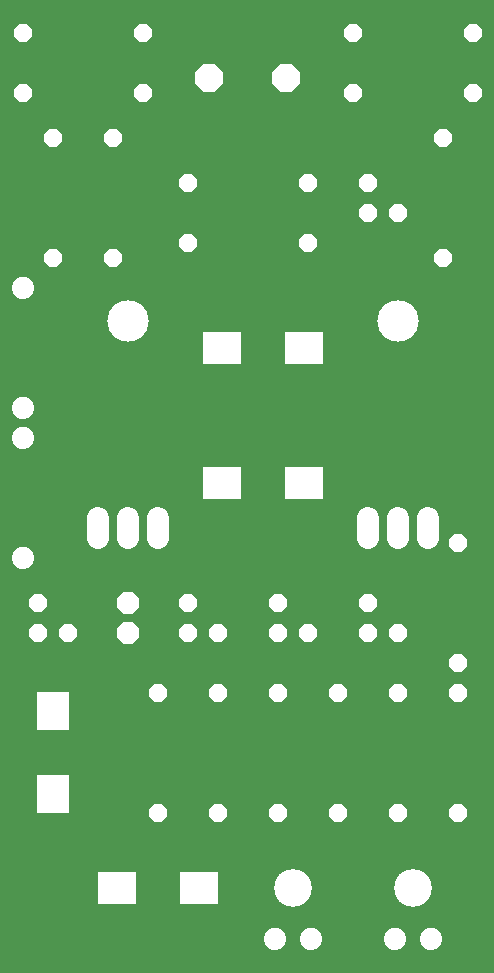
<source format=gbr>
G04 EAGLE Gerber RS-274X export*
G75*
%MOMM*%
%FSLAX34Y34*%
%LPD*%
%INSoldermask Top*%
%IPNEG*%
%AMOC8*
5,1,8,0,0,1.08239X$1,22.5*%
G01*
%ADD10R,3.203200X2.703200*%
%ADD11R,2.703200X3.203200*%
%ADD12P,1.951982X8X112.500000*%
%ADD13C,1.879600*%
%ADD14C,3.203200*%
%ADD15P,2.556822X8X22.500000*%
%ADD16C,1.879600*%
%ADD17C,3.505200*%
%ADD18P,1.649562X8X112.500000*%
%ADD19P,1.649562X8X22.500000*%
%ADD20P,1.649562X8X292.500000*%


D10*
X187400Y76200D03*
X117400Y76200D03*
X206300Y419100D03*
X276300Y419100D03*
D11*
X63500Y155500D03*
X63500Y225500D03*
D10*
X206300Y533400D03*
X276300Y533400D03*
D12*
X127000Y292100D03*
X127000Y317500D03*
D13*
X38100Y584200D03*
X38100Y482600D03*
X38100Y457200D03*
X38100Y355600D03*
X251700Y33000D03*
X281700Y33000D03*
D14*
X266700Y76200D03*
D13*
X353300Y33000D03*
X383300Y33000D03*
D14*
X368300Y76200D03*
D15*
X261112Y762000D03*
X196088Y762000D03*
D16*
X330200Y389382D02*
X330200Y372618D01*
X355600Y372618D02*
X355600Y389382D01*
X381000Y389382D02*
X381000Y372618D01*
D17*
X355600Y556260D03*
D16*
X101600Y389382D02*
X101600Y372618D01*
X127000Y372618D02*
X127000Y389382D01*
X152400Y389382D02*
X152400Y372618D01*
D17*
X127000Y556260D03*
D18*
X355600Y139700D03*
X355600Y241300D03*
D19*
X38100Y800100D03*
X139700Y800100D03*
X38100Y749300D03*
X139700Y749300D03*
D18*
X406400Y139700D03*
X406400Y241300D03*
D20*
X393700Y711200D03*
X393700Y609600D03*
D18*
X254000Y139700D03*
X254000Y241300D03*
X304800Y139700D03*
X304800Y241300D03*
D19*
X317500Y749300D03*
X419100Y749300D03*
D18*
X63500Y609600D03*
X63500Y711200D03*
D20*
X114300Y711200D03*
X114300Y609600D03*
D18*
X203200Y139700D03*
X203200Y241300D03*
X406400Y266700D03*
X406400Y368300D03*
D19*
X177800Y673100D03*
X279400Y673100D03*
X177800Y622300D03*
X279400Y622300D03*
X317500Y800100D03*
X419100Y800100D03*
D18*
X152400Y139700D03*
X152400Y241300D03*
D20*
X254000Y317500D03*
X254000Y292100D03*
X279400Y292100D03*
X177800Y317500D03*
X177800Y292100D03*
X203200Y292100D03*
X330200Y317500D03*
X330200Y292100D03*
X355600Y292100D03*
X50800Y317500D03*
X50800Y292100D03*
X76200Y292100D03*
X330200Y673100D03*
X330200Y647700D03*
X355600Y647700D03*
M02*

</source>
